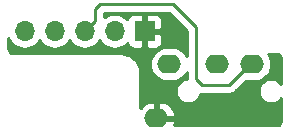
<source format=gtl>
G04 #@! TF.GenerationSoftware,KiCad,Pcbnew,5.1.2-f72e74a~84~ubuntu16.04.1*
G04 #@! TF.CreationDate,2019-05-05T12:52:43-04:00*
G04 #@! TF.ProjectId,hw_504_joystick_trrs_pcb,68775f35-3034-45f6-9a6f-79737469636b,1.0*
G04 #@! TF.SameCoordinates,Original*
G04 #@! TF.FileFunction,Copper,L1,Top*
G04 #@! TF.FilePolarity,Positive*
%FSLAX46Y46*%
G04 Gerber Fmt 4.6, Leading zero omitted, Abs format (unit mm)*
G04 Created by KiCad (PCBNEW 5.1.2-f72e74a~84~ubuntu16.04.1) date 2019-05-05 12:52:43*
%MOMM*%
%LPD*%
G04 APERTURE LIST*
%ADD10O,1.700000X1.700000*%
%ADD11R,1.700000X1.700000*%
%ADD12O,2.000000X1.600000*%
%ADD13C,0.250000*%
%ADD14C,0.254000*%
G04 APERTURE END LIST*
D10*
X138176000Y-92202000D03*
X140716000Y-92202000D03*
X143256000Y-92202000D03*
X145796000Y-92202000D03*
D11*
X148336000Y-92202000D03*
D12*
X149330000Y-99590000D03*
X150430000Y-94990000D03*
X157430000Y-94990000D03*
X154430000Y-94990000D03*
D13*
X144105999Y-91352001D02*
X144105999Y-90336001D01*
X143256000Y-92202000D02*
X144105999Y-91352001D01*
X144105999Y-90336001D02*
X144526000Y-89916000D01*
X150727124Y-89916000D02*
X152654000Y-91842876D01*
X144526000Y-89916000D02*
X150727124Y-89916000D01*
X152654000Y-91842876D02*
X152654000Y-96266000D01*
X152654000Y-96266000D02*
X153162000Y-96774000D01*
X157230000Y-94990000D02*
X157430000Y-94990000D01*
X155446000Y-96774000D02*
X157230000Y-94990000D01*
X153162000Y-96774000D02*
X155446000Y-96774000D01*
D14*
G36*
X151894000Y-92157678D02*
G01*
X151894001Y-94310634D01*
X151828932Y-94188899D01*
X151649608Y-93970392D01*
X151431101Y-93791068D01*
X151181808Y-93657818D01*
X150911309Y-93575764D01*
X150700492Y-93555000D01*
X150159508Y-93555000D01*
X149948691Y-93575764D01*
X149678192Y-93657818D01*
X149428899Y-93791068D01*
X149210392Y-93970392D01*
X149031068Y-94188899D01*
X148897818Y-94438192D01*
X148815764Y-94708691D01*
X148788057Y-94990000D01*
X148815764Y-95271309D01*
X148897818Y-95541808D01*
X149031068Y-95791101D01*
X149210392Y-96009608D01*
X149428899Y-96188932D01*
X149678192Y-96322182D01*
X149948691Y-96404236D01*
X150159508Y-96425000D01*
X150700492Y-96425000D01*
X150911309Y-96404236D01*
X151181808Y-96322182D01*
X151431101Y-96188932D01*
X151649608Y-96009608D01*
X151828932Y-95791101D01*
X151894001Y-95669366D01*
X151894001Y-96228668D01*
X151890675Y-96262436D01*
X151728102Y-96294774D01*
X151539744Y-96372795D01*
X151370226Y-96486063D01*
X151226063Y-96630226D01*
X151112795Y-96799744D01*
X151034774Y-96988102D01*
X150995000Y-97188061D01*
X150995000Y-97391939D01*
X151034774Y-97591898D01*
X151112795Y-97780256D01*
X151226063Y-97949774D01*
X151370226Y-98093937D01*
X151539744Y-98207205D01*
X151728102Y-98285226D01*
X151928061Y-98325000D01*
X152131939Y-98325000D01*
X152331898Y-98285226D01*
X152520256Y-98207205D01*
X152689774Y-98093937D01*
X152833937Y-97949774D01*
X152947205Y-97780256D01*
X153025226Y-97591898D01*
X153038432Y-97525506D01*
X153124667Y-97534000D01*
X153124676Y-97534000D01*
X153161999Y-97537676D01*
X153199322Y-97534000D01*
X155408678Y-97534000D01*
X155446000Y-97537676D01*
X155483322Y-97534000D01*
X155483333Y-97534000D01*
X155594986Y-97523003D01*
X155738247Y-97479546D01*
X155870276Y-97408974D01*
X155986001Y-97314001D01*
X156009804Y-97284997D01*
X156904094Y-96390708D01*
X156948691Y-96404236D01*
X157159508Y-96425000D01*
X157700492Y-96425000D01*
X157911309Y-96404236D01*
X158181808Y-96322182D01*
X158431101Y-96188932D01*
X158649608Y-96009608D01*
X158828932Y-95791101D01*
X158962182Y-95541808D01*
X159044236Y-95271309D01*
X159071943Y-94990000D01*
X159044236Y-94708691D01*
X158962182Y-94438192D01*
X158828932Y-94188899D01*
X158782236Y-94132000D01*
X159479719Y-94132000D01*
X159580533Y-94141885D01*
X159646457Y-94161789D01*
X159707255Y-94194115D01*
X159760619Y-94237639D01*
X159804512Y-94290696D01*
X159837266Y-94351271D01*
X159857628Y-94417053D01*
X159868001Y-94515740D01*
X159868001Y-96681206D01*
X159833937Y-96630226D01*
X159689774Y-96486063D01*
X159520256Y-96372795D01*
X159331898Y-96294774D01*
X159131939Y-96255000D01*
X158928061Y-96255000D01*
X158728102Y-96294774D01*
X158539744Y-96372795D01*
X158370226Y-96486063D01*
X158226063Y-96630226D01*
X158112795Y-96799744D01*
X158034774Y-96988102D01*
X157995000Y-97188061D01*
X157995000Y-97391939D01*
X158034774Y-97591898D01*
X158112795Y-97780256D01*
X158226063Y-97949774D01*
X158370226Y-98093937D01*
X158539744Y-98207205D01*
X158728102Y-98285226D01*
X158928061Y-98325000D01*
X159131939Y-98325000D01*
X159331898Y-98285226D01*
X159520256Y-98207205D01*
X159689774Y-98093937D01*
X159833937Y-97949774D01*
X159868000Y-97898794D01*
X159868000Y-99789719D01*
X159858115Y-99890531D01*
X159838211Y-99956458D01*
X159805885Y-100017255D01*
X159762362Y-100070618D01*
X159709300Y-100114515D01*
X159648727Y-100147266D01*
X159582947Y-100167628D01*
X159484269Y-100178000D01*
X150838093Y-100178000D01*
X150911444Y-99996730D01*
X150921904Y-99939039D01*
X150799915Y-99717000D01*
X149457000Y-99717000D01*
X149457000Y-99737000D01*
X149203000Y-99737000D01*
X149203000Y-99717000D01*
X149183000Y-99717000D01*
X149183000Y-99463000D01*
X149203000Y-99463000D01*
X149203000Y-98310526D01*
X149457000Y-98310526D01*
X149457000Y-99463000D01*
X150799915Y-99463000D01*
X150921904Y-99240961D01*
X150911444Y-99183270D01*
X150805551Y-98921579D01*
X150650639Y-98685575D01*
X150452662Y-98484327D01*
X150219227Y-98325570D01*
X149959306Y-98215404D01*
X149682887Y-98158063D01*
X149457000Y-98310526D01*
X149203000Y-98310526D01*
X148977113Y-98158063D01*
X148700694Y-98215404D01*
X148440773Y-98325570D01*
X148207338Y-98484327D01*
X148009361Y-98685575D01*
X147980000Y-98730306D01*
X147980000Y-95725581D01*
X147977216Y-95697309D01*
X147977259Y-95691088D01*
X147976359Y-95681917D01*
X147955632Y-95484715D01*
X147943610Y-95426151D01*
X147932396Y-95367362D01*
X147929732Y-95358540D01*
X147871097Y-95169118D01*
X147847929Y-95114005D01*
X147825507Y-95058507D01*
X147821180Y-95050371D01*
X147726870Y-94875947D01*
X147693403Y-94826331D01*
X147660665Y-94776301D01*
X147654841Y-94769160D01*
X147528447Y-94616376D01*
X147486012Y-94574237D01*
X147444149Y-94531487D01*
X147437048Y-94525613D01*
X147283386Y-94400289D01*
X147233544Y-94367174D01*
X147184204Y-94333390D01*
X147176098Y-94329007D01*
X147001020Y-94235916D01*
X146945725Y-94213125D01*
X146890730Y-94189554D01*
X146881927Y-94186829D01*
X146692100Y-94129518D01*
X146633420Y-94117900D01*
X146574913Y-94105463D01*
X146565748Y-94104500D01*
X146368406Y-94085150D01*
X146368402Y-94085150D01*
X146336419Y-94082000D01*
X137192281Y-94082000D01*
X137091469Y-94072115D01*
X137025542Y-94052211D01*
X136964745Y-94019885D01*
X136911382Y-93976362D01*
X136867485Y-93923300D01*
X136834734Y-93862727D01*
X136814372Y-93796947D01*
X136804000Y-93698269D01*
X136804000Y-92785380D01*
X136935294Y-93031014D01*
X137120866Y-93257134D01*
X137346986Y-93442706D01*
X137604966Y-93580599D01*
X137884889Y-93665513D01*
X138103050Y-93687000D01*
X138248950Y-93687000D01*
X138467111Y-93665513D01*
X138747034Y-93580599D01*
X139005014Y-93442706D01*
X139231134Y-93257134D01*
X139416706Y-93031014D01*
X139446000Y-92976209D01*
X139475294Y-93031014D01*
X139660866Y-93257134D01*
X139886986Y-93442706D01*
X140144966Y-93580599D01*
X140424889Y-93665513D01*
X140643050Y-93687000D01*
X140788950Y-93687000D01*
X141007111Y-93665513D01*
X141287034Y-93580599D01*
X141545014Y-93442706D01*
X141771134Y-93257134D01*
X141956706Y-93031014D01*
X141986000Y-92976209D01*
X142015294Y-93031014D01*
X142200866Y-93257134D01*
X142426986Y-93442706D01*
X142684966Y-93580599D01*
X142964889Y-93665513D01*
X143183050Y-93687000D01*
X143328950Y-93687000D01*
X143547111Y-93665513D01*
X143827034Y-93580599D01*
X144085014Y-93442706D01*
X144311134Y-93257134D01*
X144496706Y-93031014D01*
X144526000Y-92976209D01*
X144555294Y-93031014D01*
X144740866Y-93257134D01*
X144966986Y-93442706D01*
X145224966Y-93580599D01*
X145504889Y-93665513D01*
X145723050Y-93687000D01*
X145868950Y-93687000D01*
X146087111Y-93665513D01*
X146367034Y-93580599D01*
X146625014Y-93442706D01*
X146851134Y-93257134D01*
X146875607Y-93227313D01*
X146896498Y-93296180D01*
X146955463Y-93406494D01*
X147034815Y-93503185D01*
X147131506Y-93582537D01*
X147241820Y-93641502D01*
X147361518Y-93677812D01*
X147486000Y-93690072D01*
X148050250Y-93687000D01*
X148209000Y-93528250D01*
X148209000Y-92329000D01*
X148463000Y-92329000D01*
X148463000Y-93528250D01*
X148621750Y-93687000D01*
X149186000Y-93690072D01*
X149310482Y-93677812D01*
X149430180Y-93641502D01*
X149540494Y-93582537D01*
X149637185Y-93503185D01*
X149716537Y-93406494D01*
X149775502Y-93296180D01*
X149811812Y-93176482D01*
X149824072Y-93052000D01*
X149821000Y-92487750D01*
X149662250Y-92329000D01*
X148463000Y-92329000D01*
X148209000Y-92329000D01*
X148189000Y-92329000D01*
X148189000Y-92075000D01*
X148209000Y-92075000D01*
X148209000Y-90875750D01*
X148463000Y-90875750D01*
X148463000Y-92075000D01*
X149662250Y-92075000D01*
X149821000Y-91916250D01*
X149824072Y-91352000D01*
X149811812Y-91227518D01*
X149775502Y-91107820D01*
X149716537Y-90997506D01*
X149637185Y-90900815D01*
X149540494Y-90821463D01*
X149430180Y-90762498D01*
X149310482Y-90726188D01*
X149186000Y-90713928D01*
X148621750Y-90717000D01*
X148463000Y-90875750D01*
X148209000Y-90875750D01*
X148050250Y-90717000D01*
X147486000Y-90713928D01*
X147361518Y-90726188D01*
X147241820Y-90762498D01*
X147131506Y-90821463D01*
X147034815Y-90900815D01*
X146955463Y-90997506D01*
X146896498Y-91107820D01*
X146875607Y-91176687D01*
X146851134Y-91146866D01*
X146625014Y-90961294D01*
X146367034Y-90823401D01*
X146087111Y-90738487D01*
X145868950Y-90717000D01*
X145723050Y-90717000D01*
X145504889Y-90738487D01*
X145224966Y-90823401D01*
X144966986Y-90961294D01*
X144865999Y-91044172D01*
X144865999Y-90676000D01*
X150412323Y-90676000D01*
X151894000Y-92157678D01*
X151894000Y-92157678D01*
G37*
X151894000Y-92157678D02*
X151894001Y-94310634D01*
X151828932Y-94188899D01*
X151649608Y-93970392D01*
X151431101Y-93791068D01*
X151181808Y-93657818D01*
X150911309Y-93575764D01*
X150700492Y-93555000D01*
X150159508Y-93555000D01*
X149948691Y-93575764D01*
X149678192Y-93657818D01*
X149428899Y-93791068D01*
X149210392Y-93970392D01*
X149031068Y-94188899D01*
X148897818Y-94438192D01*
X148815764Y-94708691D01*
X148788057Y-94990000D01*
X148815764Y-95271309D01*
X148897818Y-95541808D01*
X149031068Y-95791101D01*
X149210392Y-96009608D01*
X149428899Y-96188932D01*
X149678192Y-96322182D01*
X149948691Y-96404236D01*
X150159508Y-96425000D01*
X150700492Y-96425000D01*
X150911309Y-96404236D01*
X151181808Y-96322182D01*
X151431101Y-96188932D01*
X151649608Y-96009608D01*
X151828932Y-95791101D01*
X151894001Y-95669366D01*
X151894001Y-96228668D01*
X151890675Y-96262436D01*
X151728102Y-96294774D01*
X151539744Y-96372795D01*
X151370226Y-96486063D01*
X151226063Y-96630226D01*
X151112795Y-96799744D01*
X151034774Y-96988102D01*
X150995000Y-97188061D01*
X150995000Y-97391939D01*
X151034774Y-97591898D01*
X151112795Y-97780256D01*
X151226063Y-97949774D01*
X151370226Y-98093937D01*
X151539744Y-98207205D01*
X151728102Y-98285226D01*
X151928061Y-98325000D01*
X152131939Y-98325000D01*
X152331898Y-98285226D01*
X152520256Y-98207205D01*
X152689774Y-98093937D01*
X152833937Y-97949774D01*
X152947205Y-97780256D01*
X153025226Y-97591898D01*
X153038432Y-97525506D01*
X153124667Y-97534000D01*
X153124676Y-97534000D01*
X153161999Y-97537676D01*
X153199322Y-97534000D01*
X155408678Y-97534000D01*
X155446000Y-97537676D01*
X155483322Y-97534000D01*
X155483333Y-97534000D01*
X155594986Y-97523003D01*
X155738247Y-97479546D01*
X155870276Y-97408974D01*
X155986001Y-97314001D01*
X156009804Y-97284997D01*
X156904094Y-96390708D01*
X156948691Y-96404236D01*
X157159508Y-96425000D01*
X157700492Y-96425000D01*
X157911309Y-96404236D01*
X158181808Y-96322182D01*
X158431101Y-96188932D01*
X158649608Y-96009608D01*
X158828932Y-95791101D01*
X158962182Y-95541808D01*
X159044236Y-95271309D01*
X159071943Y-94990000D01*
X159044236Y-94708691D01*
X158962182Y-94438192D01*
X158828932Y-94188899D01*
X158782236Y-94132000D01*
X159479719Y-94132000D01*
X159580533Y-94141885D01*
X159646457Y-94161789D01*
X159707255Y-94194115D01*
X159760619Y-94237639D01*
X159804512Y-94290696D01*
X159837266Y-94351271D01*
X159857628Y-94417053D01*
X159868001Y-94515740D01*
X159868001Y-96681206D01*
X159833937Y-96630226D01*
X159689774Y-96486063D01*
X159520256Y-96372795D01*
X159331898Y-96294774D01*
X159131939Y-96255000D01*
X158928061Y-96255000D01*
X158728102Y-96294774D01*
X158539744Y-96372795D01*
X158370226Y-96486063D01*
X158226063Y-96630226D01*
X158112795Y-96799744D01*
X158034774Y-96988102D01*
X157995000Y-97188061D01*
X157995000Y-97391939D01*
X158034774Y-97591898D01*
X158112795Y-97780256D01*
X158226063Y-97949774D01*
X158370226Y-98093937D01*
X158539744Y-98207205D01*
X158728102Y-98285226D01*
X158928061Y-98325000D01*
X159131939Y-98325000D01*
X159331898Y-98285226D01*
X159520256Y-98207205D01*
X159689774Y-98093937D01*
X159833937Y-97949774D01*
X159868000Y-97898794D01*
X159868000Y-99789719D01*
X159858115Y-99890531D01*
X159838211Y-99956458D01*
X159805885Y-100017255D01*
X159762362Y-100070618D01*
X159709300Y-100114515D01*
X159648727Y-100147266D01*
X159582947Y-100167628D01*
X159484269Y-100178000D01*
X150838093Y-100178000D01*
X150911444Y-99996730D01*
X150921904Y-99939039D01*
X150799915Y-99717000D01*
X149457000Y-99717000D01*
X149457000Y-99737000D01*
X149203000Y-99737000D01*
X149203000Y-99717000D01*
X149183000Y-99717000D01*
X149183000Y-99463000D01*
X149203000Y-99463000D01*
X149203000Y-98310526D01*
X149457000Y-98310526D01*
X149457000Y-99463000D01*
X150799915Y-99463000D01*
X150921904Y-99240961D01*
X150911444Y-99183270D01*
X150805551Y-98921579D01*
X150650639Y-98685575D01*
X150452662Y-98484327D01*
X150219227Y-98325570D01*
X149959306Y-98215404D01*
X149682887Y-98158063D01*
X149457000Y-98310526D01*
X149203000Y-98310526D01*
X148977113Y-98158063D01*
X148700694Y-98215404D01*
X148440773Y-98325570D01*
X148207338Y-98484327D01*
X148009361Y-98685575D01*
X147980000Y-98730306D01*
X147980000Y-95725581D01*
X147977216Y-95697309D01*
X147977259Y-95691088D01*
X147976359Y-95681917D01*
X147955632Y-95484715D01*
X147943610Y-95426151D01*
X147932396Y-95367362D01*
X147929732Y-95358540D01*
X147871097Y-95169118D01*
X147847929Y-95114005D01*
X147825507Y-95058507D01*
X147821180Y-95050371D01*
X147726870Y-94875947D01*
X147693403Y-94826331D01*
X147660665Y-94776301D01*
X147654841Y-94769160D01*
X147528447Y-94616376D01*
X147486012Y-94574237D01*
X147444149Y-94531487D01*
X147437048Y-94525613D01*
X147283386Y-94400289D01*
X147233544Y-94367174D01*
X147184204Y-94333390D01*
X147176098Y-94329007D01*
X147001020Y-94235916D01*
X146945725Y-94213125D01*
X146890730Y-94189554D01*
X146881927Y-94186829D01*
X146692100Y-94129518D01*
X146633420Y-94117900D01*
X146574913Y-94105463D01*
X146565748Y-94104500D01*
X146368406Y-94085150D01*
X146368402Y-94085150D01*
X146336419Y-94082000D01*
X137192281Y-94082000D01*
X137091469Y-94072115D01*
X137025542Y-94052211D01*
X136964745Y-94019885D01*
X136911382Y-93976362D01*
X136867485Y-93923300D01*
X136834734Y-93862727D01*
X136814372Y-93796947D01*
X136804000Y-93698269D01*
X136804000Y-92785380D01*
X136935294Y-93031014D01*
X137120866Y-93257134D01*
X137346986Y-93442706D01*
X137604966Y-93580599D01*
X137884889Y-93665513D01*
X138103050Y-93687000D01*
X138248950Y-93687000D01*
X138467111Y-93665513D01*
X138747034Y-93580599D01*
X139005014Y-93442706D01*
X139231134Y-93257134D01*
X139416706Y-93031014D01*
X139446000Y-92976209D01*
X139475294Y-93031014D01*
X139660866Y-93257134D01*
X139886986Y-93442706D01*
X140144966Y-93580599D01*
X140424889Y-93665513D01*
X140643050Y-93687000D01*
X140788950Y-93687000D01*
X141007111Y-93665513D01*
X141287034Y-93580599D01*
X141545014Y-93442706D01*
X141771134Y-93257134D01*
X141956706Y-93031014D01*
X141986000Y-92976209D01*
X142015294Y-93031014D01*
X142200866Y-93257134D01*
X142426986Y-93442706D01*
X142684966Y-93580599D01*
X142964889Y-93665513D01*
X143183050Y-93687000D01*
X143328950Y-93687000D01*
X143547111Y-93665513D01*
X143827034Y-93580599D01*
X144085014Y-93442706D01*
X144311134Y-93257134D01*
X144496706Y-93031014D01*
X144526000Y-92976209D01*
X144555294Y-93031014D01*
X144740866Y-93257134D01*
X144966986Y-93442706D01*
X145224966Y-93580599D01*
X145504889Y-93665513D01*
X145723050Y-93687000D01*
X145868950Y-93687000D01*
X146087111Y-93665513D01*
X146367034Y-93580599D01*
X146625014Y-93442706D01*
X146851134Y-93257134D01*
X146875607Y-93227313D01*
X146896498Y-93296180D01*
X146955463Y-93406494D01*
X147034815Y-93503185D01*
X147131506Y-93582537D01*
X147241820Y-93641502D01*
X147361518Y-93677812D01*
X147486000Y-93690072D01*
X148050250Y-93687000D01*
X148209000Y-93528250D01*
X148209000Y-92329000D01*
X148463000Y-92329000D01*
X148463000Y-93528250D01*
X148621750Y-93687000D01*
X149186000Y-93690072D01*
X149310482Y-93677812D01*
X149430180Y-93641502D01*
X149540494Y-93582537D01*
X149637185Y-93503185D01*
X149716537Y-93406494D01*
X149775502Y-93296180D01*
X149811812Y-93176482D01*
X149824072Y-93052000D01*
X149821000Y-92487750D01*
X149662250Y-92329000D01*
X148463000Y-92329000D01*
X148209000Y-92329000D01*
X148189000Y-92329000D01*
X148189000Y-92075000D01*
X148209000Y-92075000D01*
X148209000Y-90875750D01*
X148463000Y-90875750D01*
X148463000Y-92075000D01*
X149662250Y-92075000D01*
X149821000Y-91916250D01*
X149824072Y-91352000D01*
X149811812Y-91227518D01*
X149775502Y-91107820D01*
X149716537Y-90997506D01*
X149637185Y-90900815D01*
X149540494Y-90821463D01*
X149430180Y-90762498D01*
X149310482Y-90726188D01*
X149186000Y-90713928D01*
X148621750Y-90717000D01*
X148463000Y-90875750D01*
X148209000Y-90875750D01*
X148050250Y-90717000D01*
X147486000Y-90713928D01*
X147361518Y-90726188D01*
X147241820Y-90762498D01*
X147131506Y-90821463D01*
X147034815Y-90900815D01*
X146955463Y-90997506D01*
X146896498Y-91107820D01*
X146875607Y-91176687D01*
X146851134Y-91146866D01*
X146625014Y-90961294D01*
X146367034Y-90823401D01*
X146087111Y-90738487D01*
X145868950Y-90717000D01*
X145723050Y-90717000D01*
X145504889Y-90738487D01*
X145224966Y-90823401D01*
X144966986Y-90961294D01*
X144865999Y-91044172D01*
X144865999Y-90676000D01*
X150412323Y-90676000D01*
X151894000Y-92157678D01*
M02*

</source>
